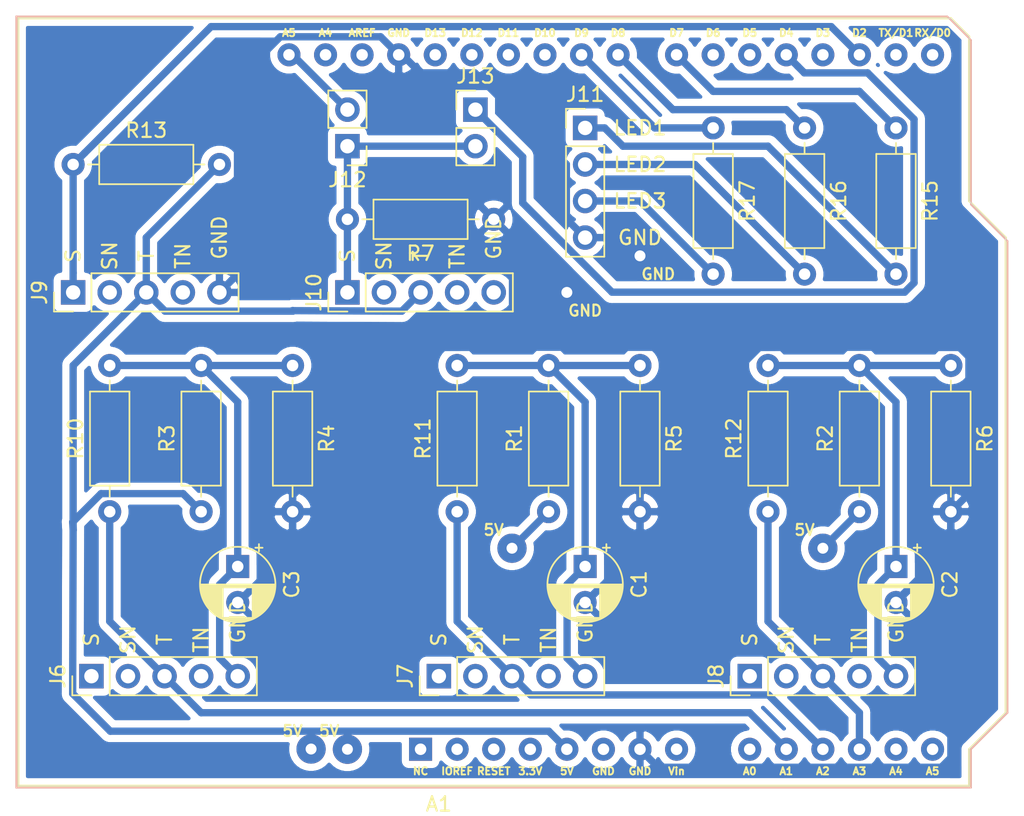
<source format=kicad_pcb>
(kicad_pcb (version 20171130) (host pcbnew 5.1.5-52549c5~84~ubuntu18.04.1)
  (layers (0 F.Cu signal) (31 B.Cu signal) (34 B.Paste user) (35 F.Paste user) (36 B.SilkS user) (37 F.SilkS user) (38 B.Mask user) (39 F.Mask user) (44 Edge.Cuts user))
  (net 0 "")
  (net 1 "Net-(A1-Pad16)")
  (net 2 "Net-(A1-Pad15)")
  (net 3 "Net-(A1-Pad30)")
  (net 4 "Net-(A1-Pad14)")
  (net 5 /GND)
  (net 6 "Net-(A1-Pad13)")
  (net 7 "Net-(A1-Pad28)")
  (net 8 "Net-(A1-Pad12)")
  (net 9 "Net-(A1-Pad27)")
  (net 10 "Net-(A1-Pad11)")
  (net 11 "Net-(A1-Pad26)")
  (net 12 "Net-(A1-Pad10)")
  (net 13 "Net-(A1-Pad25)")
  (net 14 "Net-(A1-Pad9)")
  (net 15 "Net-(A1-Pad24)")
  (net 16 "Net-(A1-Pad8)")
  (net 17 "Net-(A1-Pad23)")
  (net 18 "Net-(A1-Pad22)")
  (net 19 "Net-(A1-Pad6)")
  (net 20 "Net-(A1-Pad21)")
  (net 21 /Collector)
  (net 22 "Net-(A1-Pad20)")
  (net 23 "Net-(A1-Pad4)")
  (net 24 /Emitter)
  (net 25 "Net-(A1-Pad3)")
  (net 26 "Net-(A1-Pad18)")
  (net 27 "Net-(A1-Pad2)")
  (net 28 /Data)
  (net 29 "Net-(A1-Pad1)")
  (net 30 "Net-(A1-Pad31)")
  (net 31 "Net-(A1-Pad32)")
  (net 32 "Net-(C1-Pad1)")
  (net 33 "Net-(C2-Pad1)")
  (net 34 "Net-(C3-Pad1)")
  (net 35 "Net-(D1-Pad2)")
  (net 36 "Net-(D2-Pad2)")
  (net 37 "Net-(D3-Pad2)")
  (net 38 "Net-(J6-Pad4)")
  (net 39 "Net-(J6-Pad2)")
  (net 40 "Net-(J6-Pad1)")
  (net 41 "Net-(J7-Pad4)")
  (net 42 "Net-(J7-Pad2)")
  (net 43 "Net-(J7-Pad1)")
  (net 44 "Net-(J8-Pad4)")
  (net 45 "Net-(J8-Pad2)")
  (net 46 "Net-(J8-Pad1)")
  (net 47 "Net-(J9-Pad4)")
  (net 48 "Net-(J9-Pad2)")
  (net 49 "Net-(J10-Pad5)")
  (net 50 "Net-(J10-Pad4)")
  (net 51 "Net-(J10-Pad2)")
  (net 52 "Net-(A1-Pad19)")
  (module My_Arduino:Arduino_UNO_R3_shield (layer F.Cu) (at 133.35 109.22)
    (fp_text reference A1 (at 1.27 3.81 180) (layer F.SilkS))
    (fp_text value Arduino_UNO_R3 hide)
    (fp_text user A5 (at -9.144 -49.784) (layer F.SilkS) (effects (font (size 0.508 0.508) (thickness 0.127))))
    (fp_text user A4 (at -6.604 -49.784) (layer F.SilkS) (effects (font (size 0.508 0.508) (thickness 0.127))))
    (fp_text user AREF (at -4.064 -49.784) (layer F.SilkS) (effects (font (size 0.508 0.508) (thickness 0.127))))
    (fp_text user GND (at -1.524 -49.784) (layer F.SilkS) (effects (font (size 0.508 0.508) (thickness 0.127))))
    (fp_text user D13 (at 1.016 -49.784) (layer F.SilkS) (effects (font (size 0.508 0.508) (thickness 0.127))))
    (fp_text user D12 (at 3.556 -49.784) (layer F.SilkS) (effects (font (size 0.508 0.508) (thickness 0.127))))
    (fp_text user D11 (at 6.096 -49.784) (layer F.SilkS) (effects (font (size 0.508 0.508) (thickness 0.127))))
    (fp_text user D10 (at 8.636 -49.784) (layer F.SilkS) (effects (font (size 0.508 0.508) (thickness 0.127))))
    (fp_text user D9 (at 11.176 -49.784) (layer F.SilkS) (effects (font (size 0.508 0.508) (thickness 0.127))))
    (fp_text user D8 (at 13.716 -49.784) (layer F.SilkS) (effects (font (size 0.508 0.508) (thickness 0.127))))
    (fp_text user D7 (at 17.78 -49.784) (layer F.SilkS) (effects (font (size 0.508 0.508) (thickness 0.127))))
    (fp_text user D6 (at 20.32 -49.784) (layer F.SilkS) (effects (font (size 0.508 0.508) (thickness 0.127))))
    (fp_text user D5 (at 22.86 -49.784) (layer F.SilkS) (effects (font (size 0.508 0.508) (thickness 0.127))))
    (fp_text user D4 (at 25.4 -49.784) (layer F.SilkS) (effects (font (size 0.508 0.508) (thickness 0.127))))
    (fp_text user D3 (at 27.94 -49.784) (layer F.SilkS) (effects (font (size 0.508 0.508) (thickness 0.127))))
    (fp_text user D2 (at 30.48 -49.784) (layer F.SilkS) (effects (font (size 0.508 0.508) (thickness 0.127))))
    (fp_text user TX/D1 (at 33.02 -49.784) (layer F.SilkS) (effects (font (size 0.508 0.508) (thickness 0.127))))
    (fp_text user RX/D0 (at 35.56 -49.784) (layer F.SilkS) (effects (font (size 0.508 0.508) (thickness 0.127))))
    (fp_text user A5 (at 35.56 1.524) (layer F.SilkS) (effects (font (size 0.508 0.508) (thickness 0.127))))
    (fp_text user A4 (at 33.02 1.524) (layer F.SilkS) (effects (font (size 0.508 0.508) (thickness 0.127))))
    (fp_text user A3 (at 30.48 1.524) (layer F.SilkS) (effects (font (size 0.508 0.508) (thickness 0.127))))
    (fp_text user A2 (at 27.94 1.524) (layer F.SilkS) (effects (font (size 0.508 0.508) (thickness 0.127))))
    (fp_text user A1 (at 25.4 1.524) (layer F.SilkS) (effects (font (size 0.508 0.508) (thickness 0.127))))
    (fp_text user A0 (at 22.86 1.524) (layer F.SilkS) (effects (font (size 0.508 0.508) (thickness 0.127))))
    (fp_text user Vin (at 17.78 1.524) (layer F.SilkS) (effects (font (size 0.508 0.508) (thickness 0.127))))
    (fp_text user GND (at 15.24 1.524) (layer F.SilkS) (effects (font (size 0.508 0.508) (thickness 0.127))))
    (fp_text user GND (at 12.7 1.524) (layer F.SilkS) (effects (font (size 0.508 0.508) (thickness 0.127))))
    (fp_text user RESET (at 5.08 1.524) (layer F.SilkS) (effects (font (size 0.508 0.508) (thickness 0.127))))
    (fp_text user 5V (at 10.16 1.524) (layer F.SilkS) (effects (font (size 0.508 0.508) (thickness 0.127))))
    (fp_text user 3.3V (at 7.62 1.524) (layer F.SilkS) (effects (font (size 0.508 0.508) (thickness 0.127))))
    (fp_text user IOREF (at 2.54 1.524) (layer F.SilkS) (effects (font (size 0.508 0.508) (thickness 0.127))))
    (fp_text user NC (at 0 1.524) (layer F.SilkS) (effects (font (size 0.508 0.508) (thickness 0.127))))
    (pad 16 thru_hole oval (at 33.02 -48.26 270) (size 1.6 1.6) (drill 0.8) (layers *.Cu *.Mask) (net 1 "Net-(A1-Pad16)"))
    (pad 15 thru_hole oval (at 35.56 -48.26 270) (size 1.6 1.6) (drill 0.8) (layers *.Cu *.Mask) (net 2 "Net-(A1-Pad15)"))
    (pad 30 thru_hole oval (at -4.06 -48.26 270) (size 1.6 1.6) (drill 0.8) (layers *.Cu *.Mask) (net 3 "Net-(A1-Pad30)"))
    (pad 14 thru_hole oval (at 35.56 0 270) (size 1.6 1.6) (drill 0.8) (layers *.Cu *.Mask) (net 4 "Net-(A1-Pad14)"))
    (pad 29 thru_hole oval (at -1.52 -48.26 270) (size 1.6 1.6) (drill 0.8) (layers *.Cu *.Mask) (net 5 /GND))
    (pad 13 thru_hole oval (at 33.02 0 270) (size 1.6 1.6) (drill 0.8) (layers *.Cu *.Mask) (net 6 "Net-(A1-Pad13)"))
    (pad 28 thru_hole oval (at 1.02 -48.26 270) (size 1.6 1.6) (drill 0.8) (layers *.Cu *.Mask) (net 7 "Net-(A1-Pad28)"))
    (pad 12 thru_hole oval (at 30.48 0 270) (size 1.6 1.6) (drill 0.8) (layers *.Cu *.Mask) (net 8 "Net-(A1-Pad12)"))
    (pad 27 thru_hole oval (at 3.56 -48.26 270) (size 1.6 1.6) (drill 0.8) (layers *.Cu *.Mask) (net 9 "Net-(A1-Pad27)"))
    (pad 11 thru_hole oval (at 27.94 0 270) (size 1.6 1.6) (drill 0.8) (layers *.Cu *.Mask) (net 10 "Net-(A1-Pad11)"))
    (pad 26 thru_hole oval (at 6.1 -48.26 270) (size 1.6 1.6) (drill 0.8) (layers *.Cu *.Mask) (net 11 "Net-(A1-Pad26)"))
    (pad 10 thru_hole oval (at 25.4 0 270) (size 1.6 1.6) (drill 0.8) (layers *.Cu *.Mask) (net 12 "Net-(A1-Pad10)"))
    (pad 25 thru_hole oval (at 8.64 -48.26 270) (size 1.6 1.6) (drill 0.8) (layers *.Cu *.Mask) (net 13 "Net-(A1-Pad25)"))
    (pad 9 thru_hole oval (at 22.86 0 270) (size 1.6 1.6) (drill 0.8) (layers *.Cu *.Mask) (net 14 "Net-(A1-Pad9)"))
    (pad 24 thru_hole oval (at 11.18 -48.26 270) (size 1.6 1.6) (drill 0.8) (layers *.Cu *.Mask) (net 15 "Net-(A1-Pad24)"))
    (pad 8 thru_hole oval (at 17.78 0 270) (size 1.6 1.6) (drill 0.8) (layers *.Cu *.Mask) (net 16 "Net-(A1-Pad8)"))
    (pad 23 thru_hole oval (at 13.72 -48.26 270) (size 1.6 1.6) (drill 0.8) (layers *.Cu *.Mask) (net 17 "Net-(A1-Pad23)"))
    (pad 7 thru_hole oval (at 15.24 0 270) (size 1.6 1.6) (drill 0.8) (layers *.Cu *.Mask) (net 5 /GND))
    (pad 22 thru_hole oval (at 17.78 -48.26 270) (size 1.6 1.6) (drill 0.8) (layers *.Cu *.Mask) (net 18 "Net-(A1-Pad22)"))
    (pad 6 thru_hole oval (at 12.7 0 270) (size 1.6 1.6) (drill 0.8) (layers *.Cu *.Mask) (net 19 "Net-(A1-Pad6)"))
    (pad 21 thru_hole oval (at 20.32 -48.26 270) (size 1.6 1.6) (drill 0.8) (layers *.Cu *.Mask) (net 20 "Net-(A1-Pad21)"))
    (pad 5 thru_hole oval (at 10.16 0 270) (size 1.6 1.6) (drill 0.8) (layers *.Cu *.Mask) (net 21 /Collector))
    (pad 20 thru_hole oval (at 22.86 -48.26 270) (size 1.6 1.6) (drill 0.8) (layers *.Cu *.Mask) (net 22 "Net-(A1-Pad20)"))
    (pad 4 thru_hole oval (at 7.62 0 270) (size 1.6 1.6) (drill 0.8) (layers *.Cu *.Mask) (net 23 "Net-(A1-Pad4)"))
    (pad 19 thru_hole oval (at 25.4 -48.26 270) (size 1.6 1.6) (drill 0.8) (layers *.Cu *.Mask) (net 52 "Net-(A1-Pad19)"))
    (pad 3 thru_hole oval (at 5.08 0 270) (size 1.6 1.6) (drill 0.8) (layers *.Cu *.Mask) (net 25 "Net-(A1-Pad3)"))
    (pad 18 thru_hole oval (at 27.94 -48.26 270) (size 1.6 1.6) (drill 0.8) (layers *.Cu *.Mask) (net 26 "Net-(A1-Pad18)"))
    (pad 2 thru_hole oval (at 2.54 0 270) (size 1.6 1.6) (drill 0.8) (layers *.Cu *.Mask) (net 27 "Net-(A1-Pad2)"))
    (pad 17 thru_hole oval (at 30.48 -48.26 270) (size 1.6 1.6) (drill 0.8) (layers *.Cu *.Mask) (net 28 /Data))
    (pad 1 thru_hole rect (at 0 0 270) (size 1.6 1.6) (drill 0.8) (layers *.Cu *.Mask) (net 29 "Net-(A1-Pad1)"))
    (pad 31 thru_hole oval (at -6.6 -48.26 270) (size 1.6 1.6) (drill 0.8) (layers *.Cu *.Mask) (net 30 "Net-(A1-Pad31)"))
    (pad 32 thru_hole oval (at -9.14 -48.26 270) (size 1.6 1.6) (drill 0.8) (layers *.Cu *.Mask) (net 31 "Net-(A1-Pad32)"))
  )
  (module Connector_PinHeader_2.54mm:PinHeader_1x02_P2.54mm_Vertical (layer F.Cu) (at 137.16 64.77)
    (fp_text reference J13 (at 0 -2.33) (layer F.SilkS))
    (fp_text value Conn_01x02_Male hide)
    (pad 2 thru_hole oval (at 0 2.54) (size 1.7 1.7) (drill 1) (layers *.Cu *.Mask) (net 24 /Emitter))
    (pad 1 thru_hole rect (at 0 0) (size 1.7 1.7) (drill 1) (layers *.Cu *.Mask) (net 52 "Net-(A1-Pad19)"))
  )
  (module Connector_PinHeader_2.54mm:PinHeader_1x02_P2.54mm_Vertical (layer F.Cu) (at 128.27 67.31 180)
    (fp_text reference J12 (at 0 -2.33) (layer F.SilkS))
    (fp_text value Conn_01x02_Male hide)
    (pad 2 thru_hole oval (at 0 2.54 180) (size 1.7 1.7) (drill 1) (layers *.Cu *.Mask) (net 31 "Net-(A1-Pad32)"))
    (pad 1 thru_hole rect (at 0 0 180) (size 1.7 1.7) (drill 1) (layers *.Cu *.Mask) (net 24 /Emitter))
  )
  (module Resistor_THT:R_Axial_DIN0207_L6.3mm_D2.5mm_P10.16mm_Horizontal (layer F.Cu) (at 153.67 66.04 270)
    (fp_text reference R17 (at 5.08 -2.37 90) (layer F.SilkS))
    (fp_text value 220R)
    (pad 2 thru_hole oval (at 10.16 0 270) (size 1.6 1.6) (drill 0.8) (layers *.Cu *.Mask) (net 37 "Net-(D3-Pad2)"))
    (pad 1 thru_hole circle (at 0 0 270) (size 1.6 1.6) (drill 0.8) (layers *.Cu *.Mask) (net 15 "Net-(A1-Pad24)"))
  )
  (module Resistor_THT:R_Axial_DIN0207_L6.3mm_D2.5mm_P10.16mm_Horizontal (layer F.Cu) (at 160.02 66.04 270)
    (fp_text reference R16 (at 5.08 -2.37 90) (layer F.SilkS))
    (fp_text value 220R)
    (pad 2 thru_hole oval (at 10.16 0 270) (size 1.6 1.6) (drill 0.8) (layers *.Cu *.Mask) (net 36 "Net-(D2-Pad2)"))
    (pad 1 thru_hole circle (at 0 0 270) (size 1.6 1.6) (drill 0.8) (layers *.Cu *.Mask) (net 17 "Net-(A1-Pad23)"))
  )
  (module Resistor_THT:R_Axial_DIN0207_L6.3mm_D2.5mm_P10.16mm_Horizontal (layer F.Cu) (at 166.37 66.04 270)
    (fp_text reference R15 (at 5.08 -2.37 90) (layer F.SilkS))
    (fp_text value 220R)
    (pad 2 thru_hole oval (at 10.16 0 270) (size 1.6 1.6) (drill 0.8) (layers *.Cu *.Mask) (net 35 "Net-(D1-Pad2)"))
    (pad 1 thru_hole circle (at 0 0 270) (size 1.6 1.6) (drill 0.8) (layers *.Cu *.Mask) (net 18 "Net-(A1-Pad22)"))
  )
  (module Resistor_THT:R_Axial_DIN0207_L6.3mm_D2.5mm_P10.16mm_Horizontal (layer F.Cu) (at 109.22 68.58)
    (fp_text reference R13 (at 5.08 -2.37) (layer F.SilkS))
    (fp_text value 4.7k)
    (pad 2 thru_hole oval (at 10.16 0) (size 1.6 1.6) (drill 0.8) (layers *.Cu *.Mask) (net 21 /Collector))
    (pad 1 thru_hole circle (at 0 0) (size 1.6 1.6) (drill 0.8) (layers *.Cu *.Mask) (net 28 /Data))
  )
  (module Resistor_THT:R_Axial_DIN0207_L6.3mm_D2.5mm_P10.16mm_Horizontal (layer F.Cu) (at 157.48 92.71 90)
    (fp_text reference R12 (at 5.08 -2.37 90) (layer F.SilkS))
    (fp_text value 33R)
    (pad 2 thru_hole oval (at 10.16 0 90) (size 1.6 1.6) (drill 0.8) (layers *.Cu *.Mask) (net 33 "Net-(C2-Pad1)"))
    (pad 1 thru_hole circle (at 0 0 90) (size 1.6 1.6) (drill 0.8) (layers *.Cu *.Mask) (net 8 "Net-(A1-Pad12)"))
  )
  (module Resistor_THT:R_Axial_DIN0207_L6.3mm_D2.5mm_P10.16mm_Horizontal (layer F.Cu) (at 135.89 92.71 90)
    (fp_text reference R11 (at 5.08 -2.37 90) (layer F.SilkS))
    (fp_text value 33R)
    (pad 2 thru_hole oval (at 10.16 0 90) (size 1.6 1.6) (drill 0.8) (layers *.Cu *.Mask) (net 32 "Net-(C1-Pad1)"))
    (pad 1 thru_hole circle (at 0 0 90) (size 1.6 1.6) (drill 0.8) (layers *.Cu *.Mask) (net 10 "Net-(A1-Pad11)"))
  )
  (module Resistor_THT:R_Axial_DIN0207_L6.3mm_D2.5mm_P10.16mm_Horizontal (layer F.Cu) (at 111.76 92.71 90)
    (fp_text reference R10 (at 5.08 -2.37 90) (layer F.SilkS))
    (fp_text value 33R)
    (pad 2 thru_hole oval (at 10.16 0 90) (size 1.6 1.6) (drill 0.8) (layers *.Cu *.Mask) (net 34 "Net-(C3-Pad1)"))
    (pad 1 thru_hole circle (at 0 0 90) (size 1.6 1.6) (drill 0.8) (layers *.Cu *.Mask) (net 12 "Net-(A1-Pad10)"))
  )
  (module Resistor_THT:R_Axial_DIN0207_L6.3mm_D2.5mm_P10.16mm_Horizontal (layer F.Cu) (at 138.43 72.39 180)
    (fp_text reference R7 (at 5.08 -2.37) (layer F.SilkS))
    (fp_text value 1k)
    (pad 2 thru_hole oval (at 10.16 0 180) (size 1.6 1.6) (drill 0.8) (layers *.Cu *.Mask) (net 24 /Emitter))
    (pad 1 thru_hole circle (at 0 0 180) (size 1.6 1.6) (drill 0.8) (layers *.Cu *.Mask) (net 5 /GND))
  )
  (module Resistor_THT:R_Axial_DIN0207_L6.3mm_D2.5mm_P10.16mm_Horizontal (layer F.Cu) (at 170.18 82.55 270)
    (fp_text reference R6 (at 5.08 -2.37 90) (layer F.SilkS))
    (fp_text value 10k)
    (pad 2 thru_hole oval (at 10.16 0 270) (size 1.6 1.6) (drill 0.8) (layers *.Cu *.Mask) (net 5 /GND))
    (pad 1 thru_hole circle (at 0 0 270) (size 1.6 1.6) (drill 0.8) (layers *.Cu *.Mask) (net 33 "Net-(C2-Pad1)"))
  )
  (module Resistor_THT:R_Axial_DIN0207_L6.3mm_D2.5mm_P10.16mm_Horizontal (layer F.Cu) (at 148.59 82.55 270)
    (fp_text reference R5 (at 5.08 -2.37 90) (layer F.SilkS))
    (fp_text value 10k)
    (pad 2 thru_hole oval (at 10.16 0 270) (size 1.6 1.6) (drill 0.8) (layers *.Cu *.Mask) (net 5 /GND))
    (pad 1 thru_hole circle (at 0 0 270) (size 1.6 1.6) (drill 0.8) (layers *.Cu *.Mask) (net 32 "Net-(C1-Pad1)"))
  )
  (module Resistor_THT:R_Axial_DIN0207_L6.3mm_D2.5mm_P10.16mm_Horizontal (layer F.Cu) (at 124.46 82.55 270)
    (fp_text reference R4 (at 5.08 -2.37 90) (layer F.SilkS))
    (fp_text value 10k)
    (pad 2 thru_hole oval (at 10.16 0 270) (size 1.6 1.6) (drill 0.8) (layers *.Cu *.Mask) (net 5 /GND))
    (pad 1 thru_hole circle (at 0 0 270) (size 1.6 1.6) (drill 0.8) (layers *.Cu *.Mask) (net 34 "Net-(C3-Pad1)"))
  )
  (module Resistor_THT:R_Axial_DIN0207_L6.3mm_D2.5mm_P10.16mm_Horizontal (layer F.Cu) (at 118.11 92.71 90)
    (fp_text reference R3 (at 5.08 -2.37 90) (layer F.SilkS))
    (fp_text value 10k)
    (pad 2 thru_hole oval (at 10.16 0 90) (size 1.6 1.6) (drill 0.8) (layers *.Cu *.Mask) (net 34 "Net-(C3-Pad1)"))
    (pad 1 thru_hole circle (at 0 0 90) (size 1.6 1.6) (drill 0.8) (layers *.Cu *.Mask) (net 21 /Collector))
  )
  (module Resistor_THT:R_Axial_DIN0207_L6.3mm_D2.5mm_P10.16mm_Horizontal (layer F.Cu) (at 163.83 92.71 90)
    (fp_text reference R2 (at 5.08 -2.37 90) (layer F.SilkS))
    (fp_text value 10k)
    (pad 2 thru_hole oval (at 10.16 0 90) (size 1.6 1.6) (drill 0.8) (layers *.Cu *.Mask) (net 33 "Net-(C2-Pad1)"))
    (pad 1 thru_hole circle (at 0 0 90) (size 1.6 1.6) (drill 0.8) (layers *.Cu *.Mask) (net 21 /Collector))
  )
  (module Resistor_THT:R_Axial_DIN0207_L6.3mm_D2.5mm_P10.16mm_Horizontal (layer F.Cu) (at 142.24 92.71 90)
    (fp_text reference R1 (at 5.08 -2.37 90) (layer F.SilkS))
    (fp_text value 10k)
    (pad 2 thru_hole oval (at 10.16 0 90) (size 1.6 1.6) (drill 0.8) (layers *.Cu *.Mask) (net 32 "Net-(C1-Pad1)"))
    (pad 1 thru_hole circle (at 0 0 90) (size 1.6 1.6) (drill 0.8) (layers *.Cu *.Mask) (net 21 /Collector))
  )
  (module My_Headers:4-pin_3_LED_header (layer F.Cu) (at 144.78 66.04)
    (fp_text reference J11 (at 0 -2.33) (layer F.SilkS))
    (fp_text value 4-pin_3LED_header hide)
    (fp_text user GND (at 3.81 7.62) (layer F.SilkS))
    (fp_text user LED3 (at 3.81 5.08) (layer F.SilkS))
    (fp_text user LED2 (at 3.81 2.54) (layer F.SilkS))
    (fp_text user LED1 (at 3.81 0) (layer F.SilkS))
    (pad 4 thru_hole oval (at 0 7.62) (size 1.7 1.7) (drill 1) (layers *.Cu *.Mask) (net 5 /GND))
    (pad 3 thru_hole oval (at 0 5.08) (size 1.7 1.7) (drill 1) (layers *.Cu *.Mask) (net 37 "Net-(D3-Pad2)"))
    (pad 2 thru_hole oval (at 0 2.54) (size 1.7 1.7) (drill 1) (layers *.Cu *.Mask) (net 36 "Net-(D2-Pad2)"))
    (pad 1 thru_hole rect (at 0 0) (size 1.7 1.7) (drill 1) (layers *.Cu *.Mask) (net 35 "Net-(D1-Pad2)"))
  )
  (module My_Headers:5-pin_3,5mm_audio_jack_header (layer F.Cu) (at 128.27 77.47 90)
    (fp_text reference J10 (at 0 -2.33 90) (layer F.SilkS))
    (fp_text value 5-pin_3-pole_3,5mm_audio_header hide)
    (fp_text user GND (at 3.81 10.16 90) (layer F.SilkS))
    (fp_text user TN (at 2.54 7.62 90) (layer F.SilkS))
    (fp_text user T (at 2.54 5.08 90) (layer F.SilkS))
    (fp_text user SN (at 2.54 2.54 90) (layer F.SilkS))
    (fp_text user S (at 2.54 0 90) (layer F.SilkS))
    (pad 5 thru_hole oval (at 0 10.16 90) (size 1.7 1.7) (drill 1) (layers *.Cu *.Mask) (net 49 "Net-(J10-Pad5)"))
    (pad 4 thru_hole oval (at 0 7.62 90) (size 1.7 1.7) (drill 1) (layers *.Cu *.Mask) (net 50 "Net-(J10-Pad4)"))
    (pad 3 thru_hole oval (at 0 5.08 90) (size 1.7 1.7) (drill 1) (layers *.Cu *.Mask) (net 21 /Collector))
    (pad 2 thru_hole oval (at 0 2.54 90) (size 1.7 1.7) (drill 1) (layers *.Cu *.Mask) (net 51 "Net-(J10-Pad2)"))
    (pad 1 thru_hole rect (at 0 0 90) (size 1.7 1.7) (drill 1) (layers *.Cu *.Mask) (net 24 /Emitter))
  )
  (module My_Headers:5-pin_3,5mm_audio_jack_header (layer F.Cu) (at 109.22 77.47 90)
    (fp_text reference J9 (at 0 -2.33 90) (layer F.SilkS))
    (fp_text value 5-pin_3-pole_3,5mm_audio_header hide)
    (fp_text user GND (at 3.81 10.16 90) (layer F.SilkS))
    (fp_text user TN (at 2.54 7.62 90) (layer F.SilkS))
    (fp_text user T (at 2.54 5.08 90) (layer F.SilkS))
    (fp_text user SN (at 2.54 2.54 90) (layer F.SilkS))
    (fp_text user S (at 2.54 0 90) (layer F.SilkS))
    (pad 5 thru_hole oval (at 0 10.16 90) (size 1.7 1.7) (drill 1) (layers *.Cu *.Mask) (net 5 /GND))
    (pad 4 thru_hole oval (at 0 7.62 90) (size 1.7 1.7) (drill 1) (layers *.Cu *.Mask) (net 47 "Net-(J9-Pad4)"))
    (pad 3 thru_hole oval (at 0 5.08 90) (size 1.7 1.7) (drill 1) (layers *.Cu *.Mask) (net 21 /Collector))
    (pad 2 thru_hole oval (at 0 2.54 90) (size 1.7 1.7) (drill 1) (layers *.Cu *.Mask) (net 48 "Net-(J9-Pad2)"))
    (pad 1 thru_hole rect (at 0 0 90) (size 1.7 1.7) (drill 1) (layers *.Cu *.Mask) (net 28 /Data))
  )
  (module My_Headers:5-pin_3,5mm_audio_jack_header (layer F.Cu) (at 156.21 104.14 90)
    (fp_text reference J8 (at 0 -2.33 90) (layer F.SilkS))
    (fp_text value 5-pin_3-pole_3,5mm_audio_header hide)
    (fp_text user GND (at 3.81 10.16 90) (layer F.SilkS))
    (fp_text user TN (at 2.54 7.62 90) (layer F.SilkS))
    (fp_text user T (at 2.54 5.08 90) (layer F.SilkS))
    (fp_text user SN (at 2.54 2.54 90) (layer F.SilkS))
    (fp_text user S (at 2.54 0 90) (layer F.SilkS))
    (pad 5 thru_hole oval (at 0 10.16 90) (size 1.7 1.7) (drill 1) (layers *.Cu *.Mask) (net 33 "Net-(C2-Pad1)"))
    (pad 4 thru_hole oval (at 0 7.62 90) (size 1.7 1.7) (drill 1) (layers *.Cu *.Mask) (net 44 "Net-(J8-Pad4)"))
    (pad 3 thru_hole oval (at 0 5.08 90) (size 1.7 1.7) (drill 1) (layers *.Cu *.Mask) (net 8 "Net-(A1-Pad12)"))
    (pad 2 thru_hole oval (at 0 2.54 90) (size 1.7 1.7) (drill 1) (layers *.Cu *.Mask) (net 45 "Net-(J8-Pad2)"))
    (pad 1 thru_hole rect (at 0 0 90) (size 1.7 1.7) (drill 1) (layers *.Cu *.Mask) (net 46 "Net-(J8-Pad1)"))
  )
  (module My_Headers:5-pin_3,5mm_audio_jack_header (layer F.Cu) (at 134.62 104.14 90)
    (fp_text reference J7 (at 0 -2.33 90) (layer F.SilkS))
    (fp_text value 5-pin_3-pole_3,5mm_audio_header hide)
    (fp_text user GND (at 3.81 10.16 90) (layer F.SilkS))
    (fp_text user TN (at 2.54 7.62 90) (layer F.SilkS))
    (fp_text user T (at 2.54 5.08 90) (layer F.SilkS))
    (fp_text user SN (at 2.54 2.54 90) (layer F.SilkS))
    (fp_text user S (at 2.54 0 90) (layer F.SilkS))
    (pad 5 thru_hole oval (at 0 10.16 90) (size 1.7 1.7) (drill 1) (layers *.Cu *.Mask) (net 32 "Net-(C1-Pad1)"))
    (pad 4 thru_hole oval (at 0 7.62 90) (size 1.7 1.7) (drill 1) (layers *.Cu *.Mask) (net 41 "Net-(J7-Pad4)"))
    (pad 3 thru_hole oval (at 0 5.08 90) (size 1.7 1.7) (drill 1) (layers *.Cu *.Mask) (net 10 "Net-(A1-Pad11)"))
    (pad 2 thru_hole oval (at 0 2.54 90) (size 1.7 1.7) (drill 1) (layers *.Cu *.Mask) (net 42 "Net-(J7-Pad2)"))
    (pad 1 thru_hole rect (at 0 0 90) (size 1.7 1.7) (drill 1) (layers *.Cu *.Mask) (net 43 "Net-(J7-Pad1)"))
  )
  (module My_Headers:5-pin_3,5mm_audio_jack_header (layer F.Cu) (at 110.49 104.14 90)
    (fp_text reference J6 (at 0 -2.33 90) (layer F.SilkS))
    (fp_text value 5-pin_3-pole_3,5mm_audio_header hide)
    (fp_text user GND (at 3.81 10.16 90) (layer F.SilkS))
    (fp_text user TN (at 2.54 7.62 90) (layer F.SilkS))
    (fp_text user T (at 2.54 5.08 90) (layer F.SilkS))
    (fp_text user SN (at 2.54 2.54 90) (layer F.SilkS))
    (fp_text user S (at 2.54 0 90) (layer F.SilkS))
    (pad 5 thru_hole oval (at 0 10.16 90) (size 1.7 1.7) (drill 1) (layers *.Cu *.Mask) (net 34 "Net-(C3-Pad1)"))
    (pad 4 thru_hole oval (at 0 7.62 90) (size 1.7 1.7) (drill 1) (layers *.Cu *.Mask) (net 38 "Net-(J6-Pad4)"))
    (pad 3 thru_hole oval (at 0 5.08 90) (size 1.7 1.7) (drill 1) (layers *.Cu *.Mask) (net 12 "Net-(A1-Pad10)"))
    (pad 2 thru_hole oval (at 0 2.54 90) (size 1.7 1.7) (drill 1) (layers *.Cu *.Mask) (net 39 "Net-(J6-Pad2)"))
    (pad 1 thru_hole rect (at 0 0 90) (size 1.7 1.7) (drill 1) (layers *.Cu *.Mask) (net 40 "Net-(J6-Pad1)"))
  )
  (module Capacitor_THT:CP_Radial_D5.0mm_P2.50mm (layer F.Cu) (at 120.65 96.52 270)
    (fp_text reference C3 (at 1.25 -3.75 90) (layer F.SilkS))
    (fp_text value 10u)
    (pad 2 thru_hole circle (at 2.5 0 270) (size 1.6 1.6) (drill 0.8) (layers *.Cu *.Mask) (net 5 /GND))
    (pad 1 thru_hole rect (at 0 0 270) (size 1.6 1.6) (drill 0.8) (layers *.Cu *.Mask) (net 34 "Net-(C3-Pad1)"))
  )
  (module Capacitor_THT:CP_Radial_D5.0mm_P2.50mm (layer F.Cu) (at 166.37 96.52 270)
    (fp_text reference C2 (at 1.25 -3.75 90) (layer F.SilkS))
    (fp_text value 10u)
    (pad 2 thru_hole circle (at 2.5 0 270) (size 1.6 1.6) (drill 0.8) (layers *.Cu *.Mask) (net 5 /GND))
    (pad 1 thru_hole rect (at 0 0 270) (size 1.6 1.6) (drill 0.8) (layers *.Cu *.Mask) (net 33 "Net-(C2-Pad1)"))
  )
  (module Capacitor_THT:CP_Radial_D5.0mm_P2.50mm (layer F.Cu) (at 144.78 96.52 270)
    (fp_text reference C1 (at 1.25 -3.75 90) (layer F.SilkS))
    (fp_text value 10u)
    (pad 2 thru_hole circle (at 2.5 0 270) (size 1.6 1.6) (drill 0.8) (layers *.Cu *.Mask) (net 5 /GND))
    (pad 1 thru_hole rect (at 0 0 270) (size 1.6 1.6) (drill 0.8) (layers *.Cu *.Mask) (net 32 "Net-(C1-Pad1)"))
  )
  (gr_text GND (at 144.78 78.74) (layer F.SilkS) (effects (font (size 0.762 0.762))))
  (gr_text GND (at 149.86 76.2) (layer F.SilkS) (effects (font (size 0.762 0.762))))
  (gr_text 5V (at 124.46 107.95) (layer F.SilkS) (effects (font (size 0.762 0.762))))
  (gr_text 5V (at 127 107.95) (layer F.SilkS) (effects (font (size 0.762 0.762))))
  (gr_text 5V (at 138.43 93.98) (layer F.SilkS) (effects (font (size 0.762 0.762))))
  (gr_text 5V (at 160.02 93.98) (layer F.SilkS) (effects (font (size 0.762 0.762))))
  (gr_line (start 170.18 58.42) (end 105.41 58.42) (layer Edge.Cuts) (width 0.05))
  (gr_line (start 171.45 59.69) (end 170.18 58.42) (layer Edge.Cuts) (width 0.05))
  (gr_line (start 171.45 71.12) (end 171.45 59.69) (layer Edge.Cuts) (width 0.05))
  (gr_line (start 173.99 73.66) (end 171.45 71.12) (layer Edge.Cuts) (width 0.05))
  (gr_line (start 173.99 106.68) (end 173.99 73.66) (layer Edge.Cuts) (width 0.05))
  (gr_line (start 171.45 109.22) (end 173.99 106.68) (layer Edge.Cuts) (width 0.05))
  (gr_line (start 171.45 111.76) (end 171.45 109.22) (layer Edge.Cuts) (width 0.05))
  (gr_line (start 105.41 111.76) (end 171.45 111.76) (layer Edge.Cuts) (width 0.05))
  (gr_line (start 105.41 58.42) (end 105.41 111.76) (layer Edge.Cuts) (width 0.05))
  (segment (start 170.18 95.127202) (end 166.37 98.937202) (width 0.508) (layer B.Cu) (net 5))
  (segment (start 170.18 92.71) (end 170.18 95.127202) (width 0.508) (layer B.Cu) (net 5))
  (segment (start 148.59 92.71) (end 148.59 95.25) (width 0.508) (layer B.Cu) (net 5))
  (segment (start 148.59 95.25) (end 144.78 99.06) (width 0.508) (layer B.Cu) (net 5))
  (segment (start 124.46 92.71) (end 124.46 95.25) (width 0.508) (layer B.Cu) (net 5))
  (segment (start 124.46 95.25) (end 120.65 99.06) (width 0.508) (layer B.Cu) (net 5))
  (segment (start 170.18 109.805922) (end 170.18 93.84137) (width 0.508) (layer B.Cu) (net 5))
  (segment (start 169.511921 110.474001) (end 170.18 109.805922) (width 0.508) (layer B.Cu) (net 5))
  (segment (start 148.59 109.22) (end 149.844001 110.474001) (width 0.508) (layer B.Cu) (net 5))
  (segment (start 149.844001 110.474001) (end 169.511921 110.474001) (width 0.508) (layer B.Cu) (net 5))
  (segment (start 170.18 93.84137) (end 170.18 92.71) (width 0.508) (layer B.Cu) (net 5))
  (segment (start 148.59 89.584078) (end 148.59 91.57863) (width 0.508) (layer B.Cu) (net 5))
  (segment (start 156.878079 81.295999) (end 148.59 89.584078) (width 0.508) (layer B.Cu) (net 5))
  (segment (start 171.434001 81.948079) (end 170.781921 81.295999) (width 0.508) (layer B.Cu) (net 5))
  (segment (start 170.18 92.71) (end 171.434001 91.455999) (width 0.508) (layer B.Cu) (net 5))
  (segment (start 171.434001 91.455999) (end 171.434001 81.948079) (width 0.508) (layer B.Cu) (net 5))
  (segment (start 148.59 91.57863) (end 148.59 92.71) (width 0.508) (layer B.Cu) (net 5))
  (segment (start 124.46 91.57863) (end 134.742631 81.295999) (width 0.508) (layer B.Cu) (net 5))
  (segment (start 124.46 92.71) (end 124.46 91.57863) (width 0.508) (layer B.Cu) (net 5))
  (segment (start 166.37 81.28) (end 166.385999 81.295999) (width 0.508) (layer B.Cu) (net 5))
  (segment (start 170.781921 81.295999) (end 166.385999 81.295999) (width 0.508) (layer B.Cu) (net 5))
  (segment (start 166.385999 81.295999) (end 165.1 81.28) (width 0.508) (layer B.Cu) (net 5))
  (segment (start 165.1 81.28) (end 156.878079 81.295999) (width 0.508) (layer B.Cu) (net 5))
  (segment (start 139.734001 73.694001) (end 139.734001 81.245999) (width 0.508) (layer B.Cu) (net 5))
  (segment (start 138.43 72.39) (end 139.734001 73.694001) (width 0.508) (layer B.Cu) (net 5))
  (segment (start 139.734001 81.245999) (end 139.7 81.28) (width 0.508) (layer B.Cu) (net 5))
  (segment (start 134.742631 81.295999) (end 139.7 81.28) (width 0.508) (layer B.Cu) (net 5))
  (segment (start 139.7 81.28) (end 143.51 81.28) (width 0.508) (layer B.Cu) (net 5))
  (segment (start 143.51 81.28) (end 156.878079 81.295999) (width 0.508) (layer B.Cu) (net 5))
  (segment (start 137.121203 62.214001) (end 133.334001 62.214001) (width 0.508) (layer B.Cu) (net 5))
  (segment (start 143.475999 68.568797) (end 137.121203 62.214001) (width 0.508) (layer B.Cu) (net 5))
  (segment (start 144.78 73.66) (end 143.475999 72.355999) (width 0.508) (layer B.Cu) (net 5))
  (segment (start 143.475999 72.355999) (end 143.475999 68.568797) (width 0.508) (layer B.Cu) (net 5))
  (segment (start 133.334001 62.214001) (end 132.08 60.96) (width 0.508) (layer B.Cu) (net 5))
  (segment (start 120.634001 76.215999) (end 120.229999 76.620001) (width 0.508) (layer B.Cu) (net 5))
  (segment (start 120.634001 62.680077) (end 120.634001 76.215999) (width 0.508) (layer B.Cu) (net 5))
  (segment (start 123.608079 59.705999) (end 120.634001 62.680077) (width 0.508) (layer B.Cu) (net 5))
  (segment (start 131.83 60.96) (end 130.575999 59.705999) (width 0.508) (layer B.Cu) (net 5))
  (segment (start 130.575999 59.705999) (end 123.608079 59.705999) (width 0.508) (layer B.Cu) (net 5))
  (segment (start 120.229999 76.620001) (end 119.38 77.47) (width 0.508) (layer B.Cu) (net 5))
  (segment (start 144.78 73.66) (end 147.32 73.66) (width 0.508) (layer B.Cu) (net 5))
  (segment (start 147.32 73.66) (end 148.59 74.93) (width 0.508) (layer B.Cu) (net 5))
  (segment (start 143.51 81.28) (end 143.51 77.47) (width 0.508) (layer B.Cu) (net 5))
  (segment (start 148.59 74.93) (end 148.59 74.93) (width 0.508) (layer B.Cu) (net 5))
  (via (at 148.59 74.93) (size 2.032) (drill 0.762) (layers F.Cu B.Cu) (net 5))
  (segment (start 143.51 77.47) (end 143.51 77.47) (width 0.508) (layer B.Cu) (net 5))
  (via (at 143.51 77.47) (size 2.032) (drill 0.762) (layers F.Cu B.Cu) (net 5))
  (segment (start 161.29 104.14) (end 163.83 106.68) (width 0.508) (layer B.Cu) (net 8))
  (segment (start 163.83 106.68) (end 163.83 109.22) (width 0.508) (layer B.Cu) (net 8))
  (segment (start 157.48 92.71) (end 157.48 100.33) (width 0.508) (layer B.Cu) (net 8))
  (segment (start 157.48 100.33) (end 161.29 104.14) (width 0.508) (layer B.Cu) (net 8))
  (segment (start 157.514001 105.444001) (end 160.490001 108.420001) (width 0.508) (layer B.Cu) (net 10))
  (segment (start 139.7 104.14) (end 141.004001 105.444001) (width 0.508) (layer B.Cu) (net 10))
  (segment (start 141.004001 105.444001) (end 157.514001 105.444001) (width 0.508) (layer B.Cu) (net 10))
  (segment (start 160.490001 108.420001) (end 161.29 109.22) (width 0.508) (layer B.Cu) (net 10))
  (segment (start 135.89 92.71) (end 135.89 100.33) (width 0.508) (layer B.Cu) (net 10))
  (segment (start 135.89 100.33) (end 139.7 104.14) (width 0.508) (layer B.Cu) (net 10))
  (segment (start 115.57 104.14) (end 118.11 106.68) (width 0.508) (layer B.Cu) (net 12))
  (segment (start 118.11 106.68) (end 156.21 106.68) (width 0.508) (layer B.Cu) (net 12))
  (segment (start 156.21 106.68) (end 158.75 109.22) (width 0.508) (layer B.Cu) (net 12))
  (segment (start 111.76 92.71) (end 111.76 100.33) (width 0.508) (layer B.Cu) (net 12))
  (segment (start 111.76 100.33) (end 115.57 104.14) (width 0.508) (layer B.Cu) (net 12))
  (segment (start 144.53 60.96) (end 149.61 66.04) (width 0.508) (layer B.Cu) (net 15))
  (segment (start 149.61 66.04) (end 153.67 66.04) (width 0.508) (layer B.Cu) (net 15))
  (segment (start 147.07 60.96) (end 150.88 64.77) (width 0.508) (layer B.Cu) (net 17))
  (segment (start 150.88 64.77) (end 158.75 64.77) (width 0.508) (layer B.Cu) (net 17))
  (segment (start 158.75 64.77) (end 160.02 66.04) (width 0.508) (layer B.Cu) (net 17))
  (segment (start 151.13 60.96) (end 153.67 63.5) (width 0.508) (layer B.Cu) (net 18))
  (segment (start 153.67 63.5) (end 163.83 63.5) (width 0.508) (layer B.Cu) (net 18))
  (segment (start 163.83 63.5) (end 166.37 66.04) (width 0.508) (layer B.Cu) (net 18))
  (segment (start 143.51 109.22) (end 142.255999 107.965999) (width 0.508) (layer B.Cu) (net 21))
  (segment (start 111.798797 107.965999) (end 109.185999 105.353201) (width 0.508) (layer B.Cu) (net 21))
  (segment (start 116.855999 91.455999) (end 117.310001 91.910001) (width 0.508) (layer B.Cu) (net 21))
  (segment (start 109.185999 93.428079) (end 111.158079 91.455999) (width 0.508) (layer B.Cu) (net 21))
  (segment (start 111.158079 91.455999) (end 116.855999 91.455999) (width 0.508) (layer B.Cu) (net 21))
  (segment (start 117.310001 91.910001) (end 118.11 92.71) (width 0.508) (layer B.Cu) (net 21))
  (segment (start 109.22 82.68863) (end 109.22 93.98) (width 0.508) (layer B.Cu) (net 21))
  (segment (start 109.185999 105.353201) (end 109.22 93.98) (width 0.508) (layer B.Cu) (net 21))
  (segment (start 109.22 93.98) (end 109.185999 93.428079) (width 0.508) (layer B.Cu) (net 21))
  (segment (start 133.35 77.47) (end 132.045999 78.774001) (width 0.508) (layer B.Cu) (net 21))
  (segment (start 163.83 92.71) (end 161.29 95.25) (width 0.508) (layer B.Cu) (net 21))
  (segment (start 142.24 92.71) (end 139.7 95.25) (width 0.508) (layer B.Cu) (net 21))
  (segment (start 128.285999 107.965999) (end 128.285999 109.204001) (width 0.508) (layer B.Cu) (net 21))
  (segment (start 142.255999 107.965999) (end 128.285999 107.965999) (width 0.508) (layer B.Cu) (net 21))
  (segment (start 125.745999 107.965999) (end 125.745999 109.204001) (width 0.508) (layer B.Cu) (net 21))
  (segment (start 125.745999 107.965999) (end 111.798797 107.965999) (width 0.508) (layer B.Cu) (net 21))
  (segment (start 128.285999 107.965999) (end 125.745999 107.965999) (width 0.508) (layer B.Cu) (net 21))
  (segment (start 128.27 109.22) (end 128.27 109.22) (width 0.508) (layer B.Cu) (net 21))
  (via (at 128.27 109.22) (size 2.032) (drill 0.762) (layers F.Cu B.Cu) (net 21))
  (segment (start 125.745999 109.204001) (end 125.745999 109.204001) (width 0.508) (layer B.Cu) (net 21))
  (via (at 125.745999 109.204001) (size 2.032) (drill 0.762) (layers F.Cu B.Cu) (net 21))
  (segment (start 139.7 95.25) (end 139.7 95.25) (width 0.508) (layer B.Cu) (net 21))
  (via (at 139.7 95.25) (size 2.032) (drill 0.762) (layers F.Cu B.Cu) (net 21))
  (segment (start 161.29 95.25) (end 161.29 95.25) (width 0.508) (layer B.Cu) (net 21))
  (via (at 161.29 95.25) (size 2.032) (drill 0.762) (layers F.Cu B.Cu) (net 21))
  (segment (start 109.22 82.68863) (end 109.22 82.55) (width 0.508) (layer B.Cu) (net 21))
  (segment (start 109.22 82.55) (end 114.3 77.47) (width 0.508) (layer B.Cu) (net 21))
  (segment (start 124.425999 78.774001) (end 124.46 78.74) (width 0.508) (layer B.Cu) (net 21))
  (segment (start 115.604001 78.774001) (end 124.425999 78.774001) (width 0.508) (layer B.Cu) (net 21))
  (segment (start 114.3 77.47) (end 115.604001 78.774001) (width 0.508) (layer B.Cu) (net 21))
  (segment (start 132.045999 78.774001) (end 124.46 78.74) (width 0.508) (layer B.Cu) (net 21))
  (segment (start 124.46 78.74) (end 124.494001 78.774001) (width 0.508) (layer B.Cu) (net 21))
  (segment (start 114.3 77.47) (end 114.3 73.66) (width 0.508) (layer B.Cu) (net 21))
  (segment (start 114.3 73.66) (end 119.38 68.58) (width 0.508) (layer B.Cu) (net 21))
  (segment (start 128.27 77.47) (end 128.27 72.39) (width 0.508) (layer B.Cu) (net 24))
  (segment (start 128.27 72.39) (end 128.27 67.31) (width 0.508) (layer B.Cu) (net 24))
  (segment (start 128.27 67.31) (end 137.16 67.31) (width 0.508) (layer B.Cu) (net 24))
  (segment (start 109.22 77.47) (end 109.22 76.112) (width 0.508) (layer B.Cu) (net 28))
  (segment (start 109.22 76.112) (end 109.22 68.58) (width 0.508) (layer B.Cu) (net 28))
  (segment (start 118.802011 58.997989) (end 110.019999 67.780001) (width 0.508) (layer B.Cu) (net 28))
  (segment (start 163.83 60.96) (end 161.867989 58.997989) (width 0.508) (layer B.Cu) (net 28))
  (segment (start 161.867989 58.997989) (end 118.802011 58.997989) (width 0.508) (layer B.Cu) (net 28))
  (segment (start 110.019999 67.780001) (end 109.22 68.58) (width 0.508) (layer B.Cu) (net 28))
  (segment (start 128.27 64.77) (end 124.46 60.96) (width 0.508) (layer B.Cu) (net 31))
  (segment (start 135.89 82.55) (end 142.24 82.55) (width 0.508) (layer B.Cu) (net 32))
  (segment (start 142.24 82.55) (end 148.59 82.55) (width 0.508) (layer B.Cu) (net 32))
  (segment (start 142.24 82.55) (end 144.78 85.09) (width 0.508) (layer B.Cu) (net 32))
  (segment (start 144.78 85.09) (end 144.78 96.52) (width 0.508) (layer B.Cu) (net 32))
  (segment (start 143.525999 102.885999) (end 143.930001 103.290001) (width 0.508) (layer B.Cu) (net 32))
  (segment (start 144.78 96.52) (end 143.525999 97.774001) (width 0.508) (layer B.Cu) (net 32))
  (segment (start 143.525999 97.774001) (end 143.525999 102.885999) (width 0.508) (layer B.Cu) (net 32))
  (segment (start 143.930001 103.290001) (end 144.78 104.14) (width 0.508) (layer B.Cu) (net 32))
  (segment (start 157.48 82.55) (end 163.83 82.55) (width 0.508) (layer B.Cu) (net 33))
  (segment (start 163.83 82.55) (end 170.18 82.55) (width 0.508) (layer B.Cu) (net 33))
  (segment (start 163.83 82.55) (end 166.37 85.09) (width 0.508) (layer B.Cu) (net 33))
  (segment (start 166.37 85.09) (end 166.37 96.52) (width 0.508) (layer B.Cu) (net 33))
  (segment (start 165.115999 102.885999) (end 165.520001 103.290001) (width 0.508) (layer B.Cu) (net 33))
  (segment (start 166.37 96.52) (end 165.115999 97.774001) (width 0.508) (layer B.Cu) (net 33))
  (segment (start 165.115999 97.774001) (end 165.115999 102.885999) (width 0.508) (layer B.Cu) (net 33))
  (segment (start 165.520001 103.290001) (end 166.37 104.14) (width 0.508) (layer B.Cu) (net 33))
  (segment (start 111.76 82.55) (end 118.11 82.55) (width 0.508) (layer B.Cu) (net 34))
  (segment (start 118.11 82.55) (end 124.46 82.55) (width 0.508) (layer B.Cu) (net 34))
  (segment (start 118.11 82.55) (end 120.65 85.09) (width 0.508) (layer B.Cu) (net 34))
  (segment (start 120.65 85.09) (end 120.65 96.52) (width 0.508) (layer B.Cu) (net 34))
  (segment (start 119.395999 102.885999) (end 119.800001 103.290001) (width 0.508) (layer B.Cu) (net 34))
  (segment (start 120.65 96.52) (end 119.395999 97.774001) (width 0.508) (layer B.Cu) (net 34))
  (segment (start 119.395999 97.774001) (end 119.395999 102.885999) (width 0.508) (layer B.Cu) (net 34))
  (segment (start 119.800001 103.290001) (end 120.65 104.14) (width 0.508) (layer B.Cu) (net 34))
  (segment (start 146.138 66.04) (end 147.408 67.31) (width 0.508) (layer B.Cu) (net 35))
  (segment (start 144.78 66.04) (end 146.138 66.04) (width 0.508) (layer B.Cu) (net 35))
  (segment (start 147.408 67.31) (end 157.48 67.31) (width 0.508) (layer B.Cu) (net 35))
  (segment (start 157.48 67.31) (end 166.37 76.2) (width 0.508) (layer B.Cu) (net 35))
  (segment (start 144.78 68.58) (end 152.4 68.58) (width 0.508) (layer B.Cu) (net 36))
  (segment (start 152.4 68.58) (end 160.02 76.2) (width 0.508) (layer B.Cu) (net 36))
  (segment (start 144.78 71.12) (end 148.59 71.12) (width 0.508) (layer B.Cu) (net 37))
  (segment (start 148.59 71.12) (end 153.67 76.2) (width 0.508) (layer B.Cu) (net 37))
  (segment (start 160.004001 62.214001) (end 159.549999 61.759999) (width 0.508) (layer B.Cu) (net 52))
  (segment (start 164.399923 62.214001) (end 160.004001 62.214001) (width 0.508) (layer B.Cu) (net 52))
  (segment (start 167.624001 65.438079) (end 164.399923 62.214001) (width 0.508) (layer B.Cu) (net 52))
  (segment (start 137.16 64.77) (end 140.442011 68.052011) (width 0.508) (layer B.Cu) (net 52))
  (segment (start 140.442011 68.052011) (end 140.442011 71.251933) (width 0.508) (layer B.Cu) (net 52))
  (segment (start 140.442011 71.251933) (end 146.644079 77.454001) (width 0.508) (layer B.Cu) (net 52))
  (segment (start 146.644079 77.454001) (end 166.971921 77.454001) (width 0.508) (layer B.Cu) (net 52))
  (segment (start 166.971921 77.454001) (end 167.624001 76.801921) (width 0.508) (layer B.Cu) (net 52))
  (segment (start 167.624001 76.801921) (end 167.624001 65.438079) (width 0.508) (layer B.Cu) (net 52))
  (segment (start 159.549999 61.759999) (end 158.75 60.96) (width 0.508) (layer B.Cu) (net 52))
  (zone (net 5) (net_name /GND) (layer B.Cu) (connect_pads (clearance 0.508)) (min_thickness 0.254) (fill yes (arc_segments 32) (thermal_gap 0.508) (thermal_bridge_width 0.508))
    (polygon (pts (xy 171.45 59.69) (xy 171.45 71.12) (xy 173.99 73.66) (xy 173.99 106.68) (xy 171.45 109.22) (xy 171.45 111.76) (xy 105.41 111.76) (xy 105.41 58.42) (xy 170.18 58.42)))
  )
  (zone (net 0) (net_name "") (layer B.Cu) (connect_pads (clearance 0.508)) (min_thickness 0.254) (fill yes (arc_segments 32) (thermal_gap 0.508) (thermal_bridge_width 0.508))
    (polygon (pts (xy 170.18 110.49) (xy 153.67 110.49) (xy 153.67 104.14) (xy 170.18 104.14)))
  )
  (zone (net 0) (net_name "") (layer B.Cu) (connect_pads (clearance 0.508)) (min_thickness 0.254) (fill yes (arc_segments 32) (thermal_gap 0.508) (thermal_bridge_width 0.508))
    (polygon (pts (xy 175.26 113.03) (xy 104.14 113.03) (xy 104.14 57.15) (xy 175.26 57.15)))
  )
)
</source>
